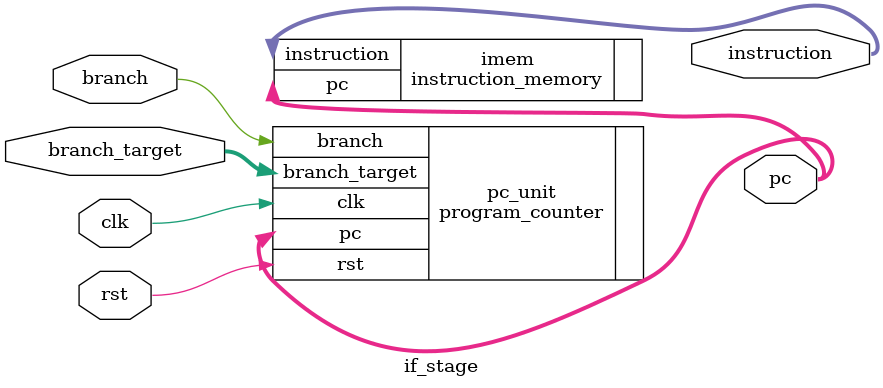
<source format=v>
module if_stage (
    input wire clk,
    input wire rst,
    input wire branch,
    input wire [63:0] branch_target,
    output wire [63:0] pc,
    output wire [31:0] instruction
);

    // Program counter
    program_counter pc_unit (
        .clk(clk),
        .rst(rst),
        .branch(branch),
        .branch_target(branch_target),
        .pc(pc)
    );
    
    // Instruction memory
    instruction_memory imem (
        .pc(pc),
        .instruction(instruction)
    );

endmodule 
</source>
